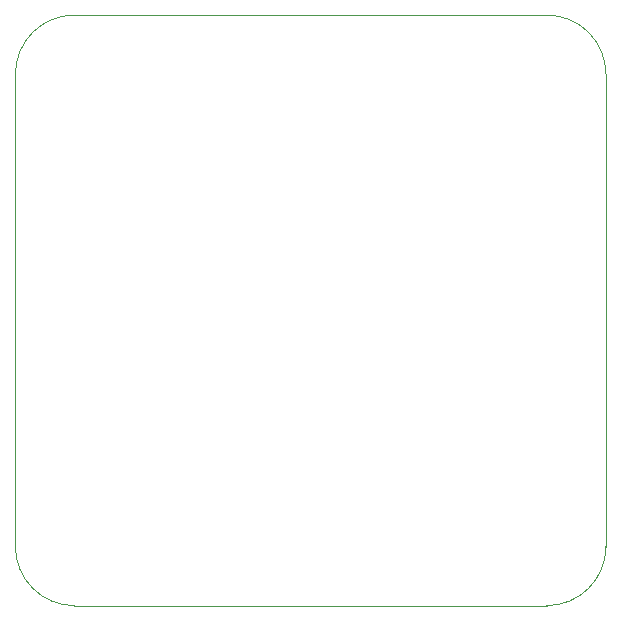
<source format=gbr>
%TF.GenerationSoftware,KiCad,Pcbnew,(6.0.7)*%
%TF.CreationDate,2023-02-10T17:06:25+01:00*%
%TF.ProjectId,STM32L0_ESP32_Breakout_Board,53544d33-324c-4305-9f45-535033325f42,rev?*%
%TF.SameCoordinates,Original*%
%TF.FileFunction,Profile,NP*%
%FSLAX46Y46*%
G04 Gerber Fmt 4.6, Leading zero omitted, Abs format (unit mm)*
G04 Created by KiCad (PCBNEW (6.0.7)) date 2023-02-10 17:06:25*
%MOMM*%
%LPD*%
G01*
G04 APERTURE LIST*
%TA.AperFunction,Profile*%
%ADD10C,0.100000*%
%TD*%
G04 APERTURE END LIST*
D10*
X110000000Y-119000000D02*
G75*
G03*
X115000000Y-124000000I5000000J0D01*
G01*
X115000000Y-124000000D02*
X155000000Y-124000000D01*
X155000000Y-124000000D02*
G75*
G03*
X160000000Y-119000000I0J5000000D01*
G01*
X110000000Y-79000000D02*
X110000000Y-119000000D01*
X160000000Y-79000000D02*
G75*
G03*
X155000000Y-74000000I-5000000J0D01*
G01*
X115000000Y-74000000D02*
G75*
G03*
X110000000Y-79000000I0J-5000000D01*
G01*
X160000000Y-119000000D02*
X160000000Y-79000000D01*
X115000000Y-74000000D02*
X155000000Y-74000000D01*
M02*

</source>
